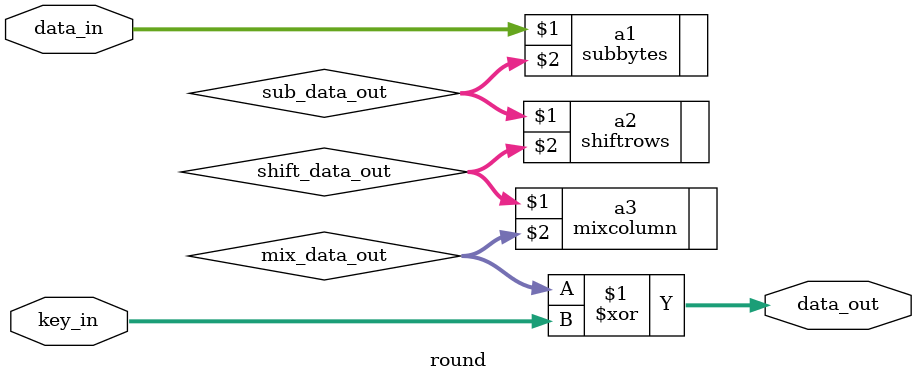
<source format=v>
module round(data_in,key_in,data_out);
    input [127:0] data_in, key_in;
    output [127:0] data_out;

    wire [127:0] sub_data_out, shift_data_out, mix_data_out; 

    subbytes a1(data_in,sub_data_out);
    shiftrows a2(sub_data_out,shift_data_out);
    mixcolumn a3(shift_data_out,mix_data_out);

    assign data_out = mix_data_out ^ key_in;
endmodule
</source>
